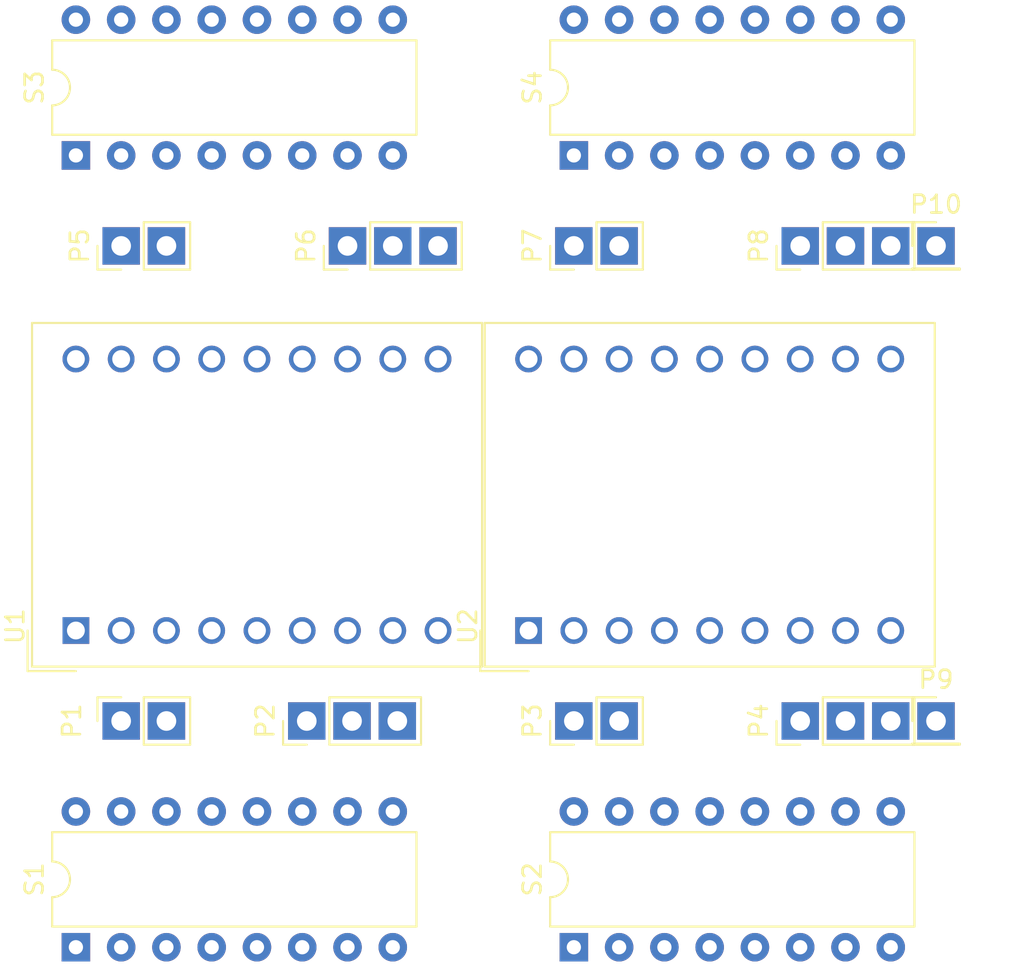
<source format=kicad_pcb>
(kicad_pcb (version 20171130) (host pcbnew "(5.0.2)-1")

  (general
    (thickness 1.6)
    (drawings 0)
    (tracks 0)
    (zones 0)
    (modules 16)
    (nets 64)
  )

  (page A4)
  (layers
    (0 F.Cu signal)
    (31 B.Cu signal)
    (32 B.Adhes user)
    (33 F.Adhes user)
    (34 B.Paste user)
    (35 F.Paste user)
    (36 B.SilkS user)
    (37 F.SilkS user)
    (38 B.Mask user)
    (39 F.Mask user)
    (40 Dwgs.User user)
    (41 Cmts.User user)
    (42 Eco1.User user)
    (43 Eco2.User user)
    (44 Edge.Cuts user)
    (45 Margin user)
    (46 B.CrtYd user)
    (47 F.CrtYd user)
    (48 B.Fab user)
    (49 F.Fab user)
  )

  (setup
    (last_trace_width 0.25)
    (trace_clearance 0.2)
    (zone_clearance 0.508)
    (zone_45_only no)
    (trace_min 0.2)
    (segment_width 0.2)
    (edge_width 0.15)
    (via_size 0.8)
    (via_drill 0.4)
    (via_min_size 0.4)
    (via_min_drill 0.3)
    (uvia_size 0.3)
    (uvia_drill 0.1)
    (uvias_allowed no)
    (uvia_min_size 0.2)
    (uvia_min_drill 0.1)
    (pcb_text_width 0.3)
    (pcb_text_size 1.5 1.5)
    (mod_edge_width 0.15)
    (mod_text_size 1 1)
    (mod_text_width 0.15)
    (pad_size 2.1 2.1)
    (pad_drill 1.1)
    (pad_to_mask_clearance 0.051)
    (solder_mask_min_width 0.25)
    (aux_axis_origin 0 0)
    (visible_elements 7FFFFFFF)
    (pcbplotparams
      (layerselection 0x010fc_ffffffff)
      (usegerberextensions false)
      (usegerberattributes false)
      (usegerberadvancedattributes false)
      (creategerberjobfile false)
      (excludeedgelayer true)
      (linewidth 0.100000)
      (plotframeref false)
      (viasonmask false)
      (mode 1)
      (useauxorigin false)
      (hpglpennumber 1)
      (hpglpenspeed 20)
      (hpglpendiameter 15.000000)
      (psnegative false)
      (psa4output false)
      (plotreference true)
      (plotvalue true)
      (plotinvisibletext false)
      (padsonsilk false)
      (subtractmaskfromsilk false)
      (outputformat 1)
      (mirror false)
      (drillshape 1)
      (scaleselection 1)
      (outputdirectory ""))
  )

  (net 0 "")
  (net 1 "Net-(P1-Pad1)")
  (net 2 "Net-(P1-Pad2)")
  (net 3 "Net-(P2-Pad1)")
  (net 4 "Net-(P2-Pad2)")
  (net 5 "Net-(P2-Pad3)")
  (net 6 "Net-(P3-Pad2)")
  (net 7 "Net-(P3-Pad1)")
  (net 8 "Net-(P4-Pad3)")
  (net 9 "Net-(P4-Pad2)")
  (net 10 "Net-(P4-Pad1)")
  (net 11 "Net-(P5-Pad1)")
  (net 12 "Net-(P5-Pad2)")
  (net 13 "Net-(P6-Pad1)")
  (net 14 "Net-(P6-Pad2)")
  (net 15 "Net-(P7-Pad2)")
  (net 16 "Net-(P7-Pad1)")
  (net 17 "Net-(P8-Pad2)")
  (net 18 "Net-(P8-Pad1)")
  (net 19 "Net-(S1-Pad9)")
  (net 20 "Net-(S1-Pad10)")
  (net 21 "Net-(S1-Pad11)")
  (net 22 "Net-(S1-Pad4)")
  (net 23 "Net-(S1-Pad12)")
  (net 24 "Net-(S1-Pad5)")
  (net 25 "Net-(S1-Pad13)")
  (net 26 "Net-(S1-Pad14)")
  (net 27 "Net-(S1-Pad15)")
  (net 28 "Net-(S2-Pad15)")
  (net 29 "Net-(S2-Pad14)")
  (net 30 "Net-(S2-Pad13)")
  (net 31 "Net-(S2-Pad5)")
  (net 32 "Net-(S2-Pad12)")
  (net 33 "Net-(S2-Pad4)")
  (net 34 "Net-(S2-Pad11)")
  (net 35 "Net-(S2-Pad10)")
  (net 36 "Net-(S2-Pad9)")
  (net 37 "Net-(S3-Pad9)")
  (net 38 "Net-(S3-Pad10)")
  (net 39 "Net-(S3-Pad11)")
  (net 40 "Net-(S3-Pad4)")
  (net 41 "Net-(S3-Pad12)")
  (net 42 "Net-(S3-Pad5)")
  (net 43 "Net-(S3-Pad13)")
  (net 44 "Net-(S3-Pad14)")
  (net 45 "Net-(S3-Pad15)")
  (net 46 "Net-(S4-Pad15)")
  (net 47 "Net-(S4-Pad14)")
  (net 48 "Net-(S4-Pad13)")
  (net 49 "Net-(S4-Pad5)")
  (net 50 "Net-(S4-Pad12)")
  (net 51 "Net-(S4-Pad4)")
  (net 52 "Net-(S4-Pad11)")
  (net 53 "Net-(S4-Pad10)")
  (net 54 "Net-(S4-Pad9)")
  (net 55 "Net-(U1-Pad9)")
  (net 56 "Net-(U1-Pad4)")
  (net 57 "Net-(U2-Pad4)")
  (net 58 "Net-(U2-Pad9)")
  (net 59 "Net-(S1-Pad16)")
  (net 60 "Net-(S2-Pad16)")
  (net 61 "Net-(S3-Pad16)")
  (net 62 "Net-(S4-Pad16)")
  (net 63 "Net-(P10-Pad1)")

  (net_class Default "This is the default net class."
    (clearance 0.2)
    (trace_width 0.25)
    (via_dia 0.8)
    (via_drill 0.4)
    (uvia_dia 0.3)
    (uvia_drill 0.1)
    (add_net "Net-(P1-Pad1)")
    (add_net "Net-(P1-Pad2)")
    (add_net "Net-(P10-Pad1)")
    (add_net "Net-(P2-Pad1)")
    (add_net "Net-(P2-Pad2)")
    (add_net "Net-(P2-Pad3)")
    (add_net "Net-(P3-Pad1)")
    (add_net "Net-(P3-Pad2)")
    (add_net "Net-(P4-Pad1)")
    (add_net "Net-(P4-Pad2)")
    (add_net "Net-(P4-Pad3)")
    (add_net "Net-(P5-Pad1)")
    (add_net "Net-(P5-Pad2)")
    (add_net "Net-(P6-Pad1)")
    (add_net "Net-(P6-Pad2)")
    (add_net "Net-(P7-Pad1)")
    (add_net "Net-(P7-Pad2)")
    (add_net "Net-(P8-Pad1)")
    (add_net "Net-(P8-Pad2)")
    (add_net "Net-(S1-Pad10)")
    (add_net "Net-(S1-Pad11)")
    (add_net "Net-(S1-Pad12)")
    (add_net "Net-(S1-Pad13)")
    (add_net "Net-(S1-Pad14)")
    (add_net "Net-(S1-Pad15)")
    (add_net "Net-(S1-Pad16)")
    (add_net "Net-(S1-Pad4)")
    (add_net "Net-(S1-Pad5)")
    (add_net "Net-(S1-Pad9)")
    (add_net "Net-(S2-Pad10)")
    (add_net "Net-(S2-Pad11)")
    (add_net "Net-(S2-Pad12)")
    (add_net "Net-(S2-Pad13)")
    (add_net "Net-(S2-Pad14)")
    (add_net "Net-(S2-Pad15)")
    (add_net "Net-(S2-Pad16)")
    (add_net "Net-(S2-Pad4)")
    (add_net "Net-(S2-Pad5)")
    (add_net "Net-(S2-Pad9)")
    (add_net "Net-(S3-Pad10)")
    (add_net "Net-(S3-Pad11)")
    (add_net "Net-(S3-Pad12)")
    (add_net "Net-(S3-Pad13)")
    (add_net "Net-(S3-Pad14)")
    (add_net "Net-(S3-Pad15)")
    (add_net "Net-(S3-Pad16)")
    (add_net "Net-(S3-Pad4)")
    (add_net "Net-(S3-Pad5)")
    (add_net "Net-(S3-Pad9)")
    (add_net "Net-(S4-Pad10)")
    (add_net "Net-(S4-Pad11)")
    (add_net "Net-(S4-Pad12)")
    (add_net "Net-(S4-Pad13)")
    (add_net "Net-(S4-Pad14)")
    (add_net "Net-(S4-Pad15)")
    (add_net "Net-(S4-Pad16)")
    (add_net "Net-(S4-Pad4)")
    (add_net "Net-(S4-Pad5)")
    (add_net "Net-(S4-Pad9)")
    (add_net "Net-(U1-Pad4)")
    (add_net "Net-(U1-Pad9)")
    (add_net "Net-(U2-Pad4)")
    (add_net "Net-(U2-Pad9)")
  )

  (module Connector_PinHeader_2.54mm:PinHeader_1x01_P2.54mm_Vertical (layer F.Cu) (tedit 59FED5CC) (tstamp 5C7474DD)
    (at 147.32 57.15)
    (descr "Through hole straight pin header, 1x01, 2.54mm pitch, single row")
    (tags "Through hole pin header THT 1x01 2.54mm single row")
    (path /5C7D1A98)
    (fp_text reference P10 (at 0 -2.33) (layer F.SilkS)
      (effects (font (size 1 1) (thickness 0.15)))
    )
    (fp_text value CONN_01X01 (at 0 2.33) (layer F.Fab)
      (effects (font (size 1 1) (thickness 0.15)))
    )
    (fp_text user %R (at 0 0 90) (layer F.Fab)
      (effects (font (size 1 1) (thickness 0.15)))
    )
    (fp_line (start 1.8 -1.8) (end -1.8 -1.8) (layer F.CrtYd) (width 0.05))
    (fp_line (start 1.8 1.8) (end 1.8 -1.8) (layer F.CrtYd) (width 0.05))
    (fp_line (start -1.8 1.8) (end 1.8 1.8) (layer F.CrtYd) (width 0.05))
    (fp_line (start -1.8 -1.8) (end -1.8 1.8) (layer F.CrtYd) (width 0.05))
    (fp_line (start -1.33 -1.33) (end 0 -1.33) (layer F.SilkS) (width 0.12))
    (fp_line (start -1.33 0) (end -1.33 -1.33) (layer F.SilkS) (width 0.12))
    (fp_line (start -1.33 1.27) (end 1.33 1.27) (layer F.SilkS) (width 0.12))
    (fp_line (start 1.33 1.27) (end 1.33 1.33) (layer F.SilkS) (width 0.12))
    (fp_line (start -1.33 1.27) (end -1.33 1.33) (layer F.SilkS) (width 0.12))
    (fp_line (start -1.33 1.33) (end 1.33 1.33) (layer F.SilkS) (width 0.12))
    (fp_line (start -1.27 -0.635) (end -0.635 -1.27) (layer F.Fab) (width 0.1))
    (fp_line (start -1.27 1.27) (end -1.27 -0.635) (layer F.Fab) (width 0.1))
    (fp_line (start 1.27 1.27) (end -1.27 1.27) (layer F.Fab) (width 0.1))
    (fp_line (start 1.27 -1.27) (end 1.27 1.27) (layer F.Fab) (width 0.1))
    (fp_line (start -0.635 -1.27) (end 1.27 -1.27) (layer F.Fab) (width 0.1))
    (pad 1 thru_hole rect (at 0 0) (size 2.1 2.1) (drill 1.1) (layers *.Cu *.Mask)
      (net 63 "Net-(P10-Pad1)"))
    (model ${KISYS3DMOD}/Connector_PinHeader_2.54mm.3dshapes/PinHeader_1x01_P2.54mm_Vertical.wrl
      (at (xyz 0 0 0))
      (scale (xyz 1 1 1))
      (rotate (xyz 0 0 0))
    )
  )

  (module Connector_PinHeader_2.54mm:PinHeader_1x01_P2.54mm_Vertical (layer F.Cu) (tedit 59FED5CC) (tstamp 5C7474C8)
    (at 147.32 83.82)
    (descr "Through hole straight pin header, 1x01, 2.54mm pitch, single row")
    (tags "Through hole pin header THT 1x01 2.54mm single row")
    (path /5C7BD222)
    (fp_text reference P9 (at 0 -2.33) (layer F.SilkS)
      (effects (font (size 1 1) (thickness 0.15)))
    )
    (fp_text value CONN_01X01 (at 0 2.33) (layer F.Fab)
      (effects (font (size 1 1) (thickness 0.15)))
    )
    (fp_line (start -0.635 -1.27) (end 1.27 -1.27) (layer F.Fab) (width 0.1))
    (fp_line (start 1.27 -1.27) (end 1.27 1.27) (layer F.Fab) (width 0.1))
    (fp_line (start 1.27 1.27) (end -1.27 1.27) (layer F.Fab) (width 0.1))
    (fp_line (start -1.27 1.27) (end -1.27 -0.635) (layer F.Fab) (width 0.1))
    (fp_line (start -1.27 -0.635) (end -0.635 -1.27) (layer F.Fab) (width 0.1))
    (fp_line (start -1.33 1.33) (end 1.33 1.33) (layer F.SilkS) (width 0.12))
    (fp_line (start -1.33 1.27) (end -1.33 1.33) (layer F.SilkS) (width 0.12))
    (fp_line (start 1.33 1.27) (end 1.33 1.33) (layer F.SilkS) (width 0.12))
    (fp_line (start -1.33 1.27) (end 1.33 1.27) (layer F.SilkS) (width 0.12))
    (fp_line (start -1.33 0) (end -1.33 -1.33) (layer F.SilkS) (width 0.12))
    (fp_line (start -1.33 -1.33) (end 0 -1.33) (layer F.SilkS) (width 0.12))
    (fp_line (start -1.8 -1.8) (end -1.8 1.8) (layer F.CrtYd) (width 0.05))
    (fp_line (start -1.8 1.8) (end 1.8 1.8) (layer F.CrtYd) (width 0.05))
    (fp_line (start 1.8 1.8) (end 1.8 -1.8) (layer F.CrtYd) (width 0.05))
    (fp_line (start 1.8 -1.8) (end -1.8 -1.8) (layer F.CrtYd) (width 0.05))
    (fp_text user %R (at 0 0 90) (layer F.Fab)
      (effects (font (size 1 1) (thickness 0.15)))
    )
    (pad 1 thru_hole rect (at 0 0) (size 2.1 2.1) (drill 1.1) (layers *.Cu *.Mask)
      (net 8 "Net-(P4-Pad3)"))
    (model ${KISYS3DMOD}/Connector_PinHeader_2.54mm.3dshapes/PinHeader_1x01_P2.54mm_Vertical.wrl
      (at (xyz 0 0 0))
      (scale (xyz 1 1 1))
      (rotate (xyz 0 0 0))
    )
  )

  (module Connector_PinHeader_2.54mm:PinHeader_1x03_P2.54mm_Vertical (layer F.Cu) (tedit 59FED5CC) (tstamp 5C747420)
    (at 139.7 57.15 90)
    (descr "Through hole straight pin header, 1x03, 2.54mm pitch, single row")
    (tags "Through hole pin header THT 1x03 2.54mm single row")
    (path /5C663D43)
    (fp_text reference P8 (at 0 -2.33 90) (layer F.SilkS)
      (effects (font (size 1 1) (thickness 0.15)))
    )
    (fp_text value CONN_01X03 (at 0 7.41 90) (layer F.Fab)
      (effects (font (size 1 1) (thickness 0.15)))
    )
    (fp_text user %R (at 0 2.54 180) (layer F.Fab)
      (effects (font (size 1 1) (thickness 0.15)))
    )
    (fp_line (start 1.8 -1.8) (end -1.8 -1.8) (layer F.CrtYd) (width 0.05))
    (fp_line (start 1.8 6.85) (end 1.8 -1.8) (layer F.CrtYd) (width 0.05))
    (fp_line (start -1.8 6.85) (end 1.8 6.85) (layer F.CrtYd) (width 0.05))
    (fp_line (start -1.8 -1.8) (end -1.8 6.85) (layer F.CrtYd) (width 0.05))
    (fp_line (start -1.33 -1.33) (end 0 -1.33) (layer F.SilkS) (width 0.12))
    (fp_line (start -1.33 0) (end -1.33 -1.33) (layer F.SilkS) (width 0.12))
    (fp_line (start -1.33 1.27) (end 1.33 1.27) (layer F.SilkS) (width 0.12))
    (fp_line (start 1.33 1.27) (end 1.33 6.41) (layer F.SilkS) (width 0.12))
    (fp_line (start -1.33 1.27) (end -1.33 6.41) (layer F.SilkS) (width 0.12))
    (fp_line (start -1.33 6.41) (end 1.33 6.41) (layer F.SilkS) (width 0.12))
    (fp_line (start -1.27 -0.635) (end -0.635 -1.27) (layer F.Fab) (width 0.1))
    (fp_line (start -1.27 6.35) (end -1.27 -0.635) (layer F.Fab) (width 0.1))
    (fp_line (start 1.27 6.35) (end -1.27 6.35) (layer F.Fab) (width 0.1))
    (fp_line (start 1.27 -1.27) (end 1.27 6.35) (layer F.Fab) (width 0.1))
    (fp_line (start -0.635 -1.27) (end 1.27 -1.27) (layer F.Fab) (width 0.1))
    (pad 3 thru_hole rect (at 0 5.08 90) (size 2.1 2.1) (drill 1.1) (layers *.Cu *.Mask)
      (net 63 "Net-(P10-Pad1)"))
    (pad 2 thru_hole rect (at 0 2.54 90) (size 2.1 2.1) (drill 1.1) (layers *.Cu *.Mask)
      (net 17 "Net-(P8-Pad2)"))
    (pad 1 thru_hole rect (at 0 0 90) (size 2.1 2.1) (drill 1.1) (layers *.Cu *.Mask)
      (net 18 "Net-(P8-Pad1)"))
    (model ${KISYS3DMOD}/Connector_PinHeader_2.54mm.3dshapes/PinHeader_1x03_P2.54mm_Vertical.wrl
      (at (xyz 0 0 0))
      (scale (xyz 1 1 1))
      (rotate (xyz 0 0 0))
    )
  )

  (module Connector_PinHeader_2.54mm:PinHeader_1x03_P2.54mm_Vertical (layer F.Cu) (tedit 59FED5CC) (tstamp 5C7473DE)
    (at 139.7 83.82 90)
    (descr "Through hole straight pin header, 1x03, 2.54mm pitch, single row")
    (tags "Through hole pin header THT 1x03 2.54mm single row")
    (path /5C663C9D)
    (fp_text reference P4 (at 0 -2.33 90) (layer F.SilkS)
      (effects (font (size 1 1) (thickness 0.15)))
    )
    (fp_text value CONN_01X03 (at 0 7.41 90) (layer F.Fab)
      (effects (font (size 1 1) (thickness 0.15)))
    )
    (fp_line (start -0.635 -1.27) (end 1.27 -1.27) (layer F.Fab) (width 0.1))
    (fp_line (start 1.27 -1.27) (end 1.27 6.35) (layer F.Fab) (width 0.1))
    (fp_line (start 1.27 6.35) (end -1.27 6.35) (layer F.Fab) (width 0.1))
    (fp_line (start -1.27 6.35) (end -1.27 -0.635) (layer F.Fab) (width 0.1))
    (fp_line (start -1.27 -0.635) (end -0.635 -1.27) (layer F.Fab) (width 0.1))
    (fp_line (start -1.33 6.41) (end 1.33 6.41) (layer F.SilkS) (width 0.12))
    (fp_line (start -1.33 1.27) (end -1.33 6.41) (layer F.SilkS) (width 0.12))
    (fp_line (start 1.33 1.27) (end 1.33 6.41) (layer F.SilkS) (width 0.12))
    (fp_line (start -1.33 1.27) (end 1.33 1.27) (layer F.SilkS) (width 0.12))
    (fp_line (start -1.33 0) (end -1.33 -1.33) (layer F.SilkS) (width 0.12))
    (fp_line (start -1.33 -1.33) (end 0 -1.33) (layer F.SilkS) (width 0.12))
    (fp_line (start -1.8 -1.8) (end -1.8 6.85) (layer F.CrtYd) (width 0.05))
    (fp_line (start -1.8 6.85) (end 1.8 6.85) (layer F.CrtYd) (width 0.05))
    (fp_line (start 1.8 6.85) (end 1.8 -1.8) (layer F.CrtYd) (width 0.05))
    (fp_line (start 1.8 -1.8) (end -1.8 -1.8) (layer F.CrtYd) (width 0.05))
    (fp_text user %R (at 0 2.54 180) (layer F.Fab)
      (effects (font (size 1 1) (thickness 0.15)))
    )
    (pad 1 thru_hole rect (at 0 0 90) (size 2.1 2.1) (drill 1.1) (layers *.Cu *.Mask)
      (net 10 "Net-(P4-Pad1)"))
    (pad 2 thru_hole rect (at 0 2.54 90) (size 2.1 2.1) (drill 1.1) (layers *.Cu *.Mask)
      (net 9 "Net-(P4-Pad2)"))
    (pad 3 thru_hole rect (at 0 5.08 90) (size 2.1 2.1) (drill 1.1) (layers *.Cu *.Mask)
      (net 8 "Net-(P4-Pad3)"))
    (model ${KISYS3DMOD}/Connector_PinHeader_2.54mm.3dshapes/PinHeader_1x03_P2.54mm_Vertical.wrl
      (at (xyz 0 0 0))
      (scale (xyz 1 1 1))
      (rotate (xyz 0 0 0))
    )
  )

  (module Connector_PinSocket_2.54mm:PinSocket_1x02_P2.54mm_Vertical (layer F.Cu) (tedit 5C686EE1) (tstamp 5C7458DD)
    (at 101.6 83.82 90)
    (descr "Through hole straight socket strip, 1x02, 2.54mm pitch, single row (from Kicad 4.0.7), script generated")
    (tags "Through hole socket strip THT 1x02 2.54mm single row")
    (path /5C663AEE)
    (fp_text reference P1 (at 0 -2.77 90) (layer F.SilkS)
      (effects (font (size 1 1) (thickness 0.15)))
    )
    (fp_text value CONN_01X02 (at 0 5.31 90) (layer F.Fab)
      (effects (font (size 1 1) (thickness 0.15)))
    )
    (fp_line (start -1.27 -1.27) (end 0.635 -1.27) (layer F.Fab) (width 0.1))
    (fp_line (start 0.635 -1.27) (end 1.27 -0.635) (layer F.Fab) (width 0.1))
    (fp_line (start 1.27 -0.635) (end 1.27 3.81) (layer F.Fab) (width 0.1))
    (fp_line (start 1.27 3.81) (end -1.27 3.81) (layer F.Fab) (width 0.1))
    (fp_line (start -1.27 3.81) (end -1.27 -1.27) (layer F.Fab) (width 0.1))
    (fp_line (start -1.33 1.27) (end 1.33 1.27) (layer F.SilkS) (width 0.12))
    (fp_line (start -1.33 1.27) (end -1.33 3.87) (layer F.SilkS) (width 0.12))
    (fp_line (start -1.33 3.87) (end 1.33 3.87) (layer F.SilkS) (width 0.12))
    (fp_line (start 1.33 1.27) (end 1.33 3.87) (layer F.SilkS) (width 0.12))
    (fp_line (start 1.33 -1.33) (end 1.33 0) (layer F.SilkS) (width 0.12))
    (fp_line (start 0 -1.33) (end 1.33 -1.33) (layer F.SilkS) (width 0.12))
    (fp_line (start -1.8 -1.8) (end 1.75 -1.8) (layer F.CrtYd) (width 0.05))
    (fp_line (start 1.75 -1.8) (end 1.75 4.3) (layer F.CrtYd) (width 0.05))
    (fp_line (start 1.75 4.3) (end -1.8 4.3) (layer F.CrtYd) (width 0.05))
    (fp_line (start -1.8 4.3) (end -1.8 -1.8) (layer F.CrtYd) (width 0.05))
    (fp_text user %R (at 0 1.27 180) (layer F.Fab)
      (effects (font (size 1 1) (thickness 0.15)))
    )
    (pad 1 thru_hole rect (at 0 0 90) (size 2.1 2.1) (drill 1.1) (layers *.Cu *.Mask)
      (net 1 "Net-(P1-Pad1)"))
    (pad 2 thru_hole rect (at 0 2.54 90) (size 2.1 2.1) (drill 1.1) (layers *.Cu *.Mask)
      (net 2 "Net-(P1-Pad2)"))
    (model ${KISYS3DMOD}/Connector_PinSocket_2.54mm.3dshapes/PinSocket_1x02_P2.54mm_Vertical.wrl
      (at (xyz 0 0 0))
      (scale (xyz 1 1 1))
      (rotate (xyz 0 0 0))
    )
  )

  (module Connector_PinHeader_2.54mm:PinHeader_1x03_P2.54mm_Vertical (layer F.Cu) (tedit 59FED5CC) (tstamp 5C73FFF7)
    (at 112.014 83.82 90)
    (descr "Through hole straight pin header, 1x03, 2.54mm pitch, single row")
    (tags "Through hole pin header THT 1x03 2.54mm single row")
    (path /5C663B89)
    (fp_text reference P2 (at 0 -2.33 90) (layer F.SilkS)
      (effects (font (size 1 1) (thickness 0.15)))
    )
    (fp_text value CONN_01X03 (at 0 7.41 90) (layer F.Fab)
      (effects (font (size 1 1) (thickness 0.15)))
    )
    (fp_line (start -0.635 -1.27) (end 1.27 -1.27) (layer F.Fab) (width 0.1))
    (fp_line (start 1.27 -1.27) (end 1.27 6.35) (layer F.Fab) (width 0.1))
    (fp_line (start 1.27 6.35) (end -1.27 6.35) (layer F.Fab) (width 0.1))
    (fp_line (start -1.27 6.35) (end -1.27 -0.635) (layer F.Fab) (width 0.1))
    (fp_line (start -1.27 -0.635) (end -0.635 -1.27) (layer F.Fab) (width 0.1))
    (fp_line (start -1.33 6.41) (end 1.33 6.41) (layer F.SilkS) (width 0.12))
    (fp_line (start -1.33 1.27) (end -1.33 6.41) (layer F.SilkS) (width 0.12))
    (fp_line (start 1.33 1.27) (end 1.33 6.41) (layer F.SilkS) (width 0.12))
    (fp_line (start -1.33 1.27) (end 1.33 1.27) (layer F.SilkS) (width 0.12))
    (fp_line (start -1.33 0) (end -1.33 -1.33) (layer F.SilkS) (width 0.12))
    (fp_line (start -1.33 -1.33) (end 0 -1.33) (layer F.SilkS) (width 0.12))
    (fp_line (start -1.8 -1.8) (end -1.8 6.85) (layer F.CrtYd) (width 0.05))
    (fp_line (start -1.8 6.85) (end 1.8 6.85) (layer F.CrtYd) (width 0.05))
    (fp_line (start 1.8 6.85) (end 1.8 -1.8) (layer F.CrtYd) (width 0.05))
    (fp_line (start 1.8 -1.8) (end -1.8 -1.8) (layer F.CrtYd) (width 0.05))
    (fp_text user %R (at 0 2.54 180) (layer F.Fab)
      (effects (font (size 1 1) (thickness 0.15)))
    )
    (pad 1 thru_hole rect (at 0 0 90) (size 2.1 2.1) (drill 1.1) (layers *.Cu *.Mask)
      (net 3 "Net-(P2-Pad1)"))
    (pad 2 thru_hole rect (at 0 2.54 90) (size 2.1 2.1) (drill 1.1) (layers *.Cu *.Mask)
      (net 4 "Net-(P2-Pad2)"))
    (pad 3 thru_hole rect (at 0 5.08 90) (size 2.1 2.1) (drill 1.1) (layers *.Cu *.Mask)
      (net 5 "Net-(P2-Pad3)"))
    (model ${KISYS3DMOD}/Connector_PinHeader_2.54mm.3dshapes/PinHeader_1x03_P2.54mm_Vertical.wrl
      (at (xyz 0 0 0))
      (scale (xyz 1 1 1))
      (rotate (xyz 0 0 0))
    )
  )

  (module Connector_PinHeader_2.54mm:PinHeader_1x03_P2.54mm_Vertical (layer F.Cu) (tedit 59FED5CC) (tstamp 5C74050F)
    (at 114.3 57.15 90)
    (descr "Through hole straight pin header, 1x03, 2.54mm pitch, single row")
    (tags "Through hole pin header THT 1x03 2.54mm single row")
    (path /5C663CF3)
    (fp_text reference P6 (at 0 -2.33 90) (layer F.SilkS)
      (effects (font (size 1 1) (thickness 0.15)))
    )
    (fp_text value CONN_01X03 (at 0 7.41 90) (layer F.Fab)
      (effects (font (size 1 1) (thickness 0.15)))
    )
    (fp_line (start -0.635 -1.27) (end 1.27 -1.27) (layer F.Fab) (width 0.1))
    (fp_line (start 1.27 -1.27) (end 1.27 6.35) (layer F.Fab) (width 0.1))
    (fp_line (start 1.27 6.35) (end -1.27 6.35) (layer F.Fab) (width 0.1))
    (fp_line (start -1.27 6.35) (end -1.27 -0.635) (layer F.Fab) (width 0.1))
    (fp_line (start -1.27 -0.635) (end -0.635 -1.27) (layer F.Fab) (width 0.1))
    (fp_line (start -1.33 6.41) (end 1.33 6.41) (layer F.SilkS) (width 0.12))
    (fp_line (start -1.33 1.27) (end -1.33 6.41) (layer F.SilkS) (width 0.12))
    (fp_line (start 1.33 1.27) (end 1.33 6.41) (layer F.SilkS) (width 0.12))
    (fp_line (start -1.33 1.27) (end 1.33 1.27) (layer F.SilkS) (width 0.12))
    (fp_line (start -1.33 0) (end -1.33 -1.33) (layer F.SilkS) (width 0.12))
    (fp_line (start -1.33 -1.33) (end 0 -1.33) (layer F.SilkS) (width 0.12))
    (fp_line (start -1.8 -1.8) (end -1.8 6.85) (layer F.CrtYd) (width 0.05))
    (fp_line (start -1.8 6.85) (end 1.8 6.85) (layer F.CrtYd) (width 0.05))
    (fp_line (start 1.8 6.85) (end 1.8 -1.8) (layer F.CrtYd) (width 0.05))
    (fp_line (start 1.8 -1.8) (end -1.8 -1.8) (layer F.CrtYd) (width 0.05))
    (fp_text user %R (at 0 2.54 180) (layer F.Fab)
      (effects (font (size 1 1) (thickness 0.15)))
    )
    (pad 1 thru_hole rect (at 0 0 90) (size 2.1 2.1) (drill 1.1) (layers *.Cu *.Mask)
      (net 13 "Net-(P6-Pad1)"))
    (pad 2 thru_hole rect (at 0 2.54 90) (size 2.1 2.1) (drill 1.1) (layers *.Cu *.Mask)
      (net 14 "Net-(P6-Pad2)"))
    (pad 3 thru_hole rect (at 0 5.08 90) (size 2.1 2.1) (drill 1.1) (layers *.Cu *.Mask)
      (net 5 "Net-(P2-Pad3)"))
    (model ${KISYS3DMOD}/Connector_PinHeader_2.54mm.3dshapes/PinHeader_1x03_P2.54mm_Vertical.wrl
      (at (xyz 0 0 0))
      (scale (xyz 1 1 1))
      (rotate (xyz 0 0 0))
    )
  )

  (module Package_DIP:DIP-16_W7.62mm (layer F.Cu) (tedit 5A02E8C5) (tstamp 5C72D611)
    (at 99.06 96.52 90)
    (descr "16-lead though-hole mounted DIP package, row spacing 7.62 mm (300 mils)")
    (tags "THT DIP DIL PDIP 2.54mm 7.62mm 300mil")
    (path /5C6632C1)
    (fp_text reference S1 (at 3.81 -2.33 90) (layer F.SilkS)
      (effects (font (size 1 1) (thickness 0.15)))
    )
    (fp_text value DM9368N (at 3.81 20.11 90) (layer F.Fab)
      (effects (font (size 1 1) (thickness 0.15)))
    )
    (fp_text user %R (at 3.81 8.89 90) (layer F.Fab)
      (effects (font (size 1 1) (thickness 0.15)))
    )
    (fp_line (start 8.7 -1.55) (end -1.1 -1.55) (layer F.CrtYd) (width 0.05))
    (fp_line (start 8.7 19.3) (end 8.7 -1.55) (layer F.CrtYd) (width 0.05))
    (fp_line (start -1.1 19.3) (end 8.7 19.3) (layer F.CrtYd) (width 0.05))
    (fp_line (start -1.1 -1.55) (end -1.1 19.3) (layer F.CrtYd) (width 0.05))
    (fp_line (start 6.46 -1.33) (end 4.81 -1.33) (layer F.SilkS) (width 0.12))
    (fp_line (start 6.46 19.11) (end 6.46 -1.33) (layer F.SilkS) (width 0.12))
    (fp_line (start 1.16 19.11) (end 6.46 19.11) (layer F.SilkS) (width 0.12))
    (fp_line (start 1.16 -1.33) (end 1.16 19.11) (layer F.SilkS) (width 0.12))
    (fp_line (start 2.81 -1.33) (end 1.16 -1.33) (layer F.SilkS) (width 0.12))
    (fp_line (start 0.635 -0.27) (end 1.635 -1.27) (layer F.Fab) (width 0.1))
    (fp_line (start 0.635 19.05) (end 0.635 -0.27) (layer F.Fab) (width 0.1))
    (fp_line (start 6.985 19.05) (end 0.635 19.05) (layer F.Fab) (width 0.1))
    (fp_line (start 6.985 -1.27) (end 6.985 19.05) (layer F.Fab) (width 0.1))
    (fp_line (start 1.635 -1.27) (end 6.985 -1.27) (layer F.Fab) (width 0.1))
    (fp_arc (start 3.81 -1.33) (end 2.81 -1.33) (angle -180) (layer F.SilkS) (width 0.12))
    (pad 16 thru_hole oval (at 7.62 0 90) (size 1.6 1.6) (drill 0.8) (layers *.Cu *.Mask)
      (net 59 "Net-(S1-Pad16)"))
    (pad 8 thru_hole oval (at 0 17.78 90) (size 1.6 1.6) (drill 0.8) (layers *.Cu *.Mask)
      (net 5 "Net-(P2-Pad3)"))
    (pad 15 thru_hole oval (at 7.62 2.54 90) (size 1.6 1.6) (drill 0.8) (layers *.Cu *.Mask)
      (net 27 "Net-(S1-Pad15)"))
    (pad 7 thru_hole oval (at 0 15.24 90) (size 1.6 1.6) (drill 0.8) (layers *.Cu *.Mask)
      (net 4 "Net-(P2-Pad2)"))
    (pad 14 thru_hole oval (at 7.62 5.08 90) (size 1.6 1.6) (drill 0.8) (layers *.Cu *.Mask)
      (net 26 "Net-(S1-Pad14)"))
    (pad 6 thru_hole oval (at 0 12.7 90) (size 1.6 1.6) (drill 0.8) (layers *.Cu *.Mask)
      (net 3 "Net-(P2-Pad1)"))
    (pad 13 thru_hole oval (at 7.62 7.62 90) (size 1.6 1.6) (drill 0.8) (layers *.Cu *.Mask)
      (net 25 "Net-(S1-Pad13)"))
    (pad 5 thru_hole oval (at 0 10.16 90) (size 1.6 1.6) (drill 0.8) (layers *.Cu *.Mask)
      (net 24 "Net-(S1-Pad5)"))
    (pad 12 thru_hole oval (at 7.62 10.16 90) (size 1.6 1.6) (drill 0.8) (layers *.Cu *.Mask)
      (net 23 "Net-(S1-Pad12)"))
    (pad 4 thru_hole oval (at 0 7.62 90) (size 1.6 1.6) (drill 0.8) (layers *.Cu *.Mask)
      (net 22 "Net-(S1-Pad4)"))
    (pad 11 thru_hole oval (at 7.62 12.7 90) (size 1.6 1.6) (drill 0.8) (layers *.Cu *.Mask)
      (net 21 "Net-(S1-Pad11)"))
    (pad 3 thru_hole oval (at 0 5.08 90) (size 1.6 1.6) (drill 0.8) (layers *.Cu *.Mask)
      (net 5 "Net-(P2-Pad3)"))
    (pad 10 thru_hole oval (at 7.62 15.24 90) (size 1.6 1.6) (drill 0.8) (layers *.Cu *.Mask)
      (net 20 "Net-(S1-Pad10)"))
    (pad 2 thru_hole oval (at 0 2.54 90) (size 1.6 1.6) (drill 0.8) (layers *.Cu *.Mask)
      (net 2 "Net-(P1-Pad2)"))
    (pad 9 thru_hole oval (at 7.62 17.78 90) (size 1.6 1.6) (drill 0.8) (layers *.Cu *.Mask)
      (net 19 "Net-(S1-Pad9)"))
    (pad 1 thru_hole rect (at 0 0 90) (size 1.6 1.6) (drill 0.8) (layers *.Cu *.Mask)
      (net 1 "Net-(P1-Pad1)"))
    (model ${KISYS3DMOD}/Package_DIP.3dshapes/DIP-16_W7.62mm.wrl
      (at (xyz 0 0 0))
      (scale (xyz 1 1 1))
      (rotate (xyz 0 0 0))
    )
  )

  (module Package_DIP:DIP-16_W7.62mm (layer F.Cu) (tedit 5A02E8C5) (tstamp 5C72D635)
    (at 127 96.52 90)
    (descr "16-lead though-hole mounted DIP package, row spacing 7.62 mm (300 mils)")
    (tags "THT DIP DIL PDIP 2.54mm 7.62mm 300mil")
    (path /5C6633A5)
    (fp_text reference S2 (at 3.81 -2.33 90) (layer F.SilkS)
      (effects (font (size 1 1) (thickness 0.15)))
    )
    (fp_text value DM9368N (at 3.81 20.11 90) (layer F.Fab)
      (effects (font (size 1 1) (thickness 0.15)))
    )
    (fp_text user %R (at 3.81 8.89 90) (layer F.Fab)
      (effects (font (size 1 1) (thickness 0.15)))
    )
    (fp_line (start 8.7 -1.55) (end -1.1 -1.55) (layer F.CrtYd) (width 0.05))
    (fp_line (start 8.7 19.3) (end 8.7 -1.55) (layer F.CrtYd) (width 0.05))
    (fp_line (start -1.1 19.3) (end 8.7 19.3) (layer F.CrtYd) (width 0.05))
    (fp_line (start -1.1 -1.55) (end -1.1 19.3) (layer F.CrtYd) (width 0.05))
    (fp_line (start 6.46 -1.33) (end 4.81 -1.33) (layer F.SilkS) (width 0.12))
    (fp_line (start 6.46 19.11) (end 6.46 -1.33) (layer F.SilkS) (width 0.12))
    (fp_line (start 1.16 19.11) (end 6.46 19.11) (layer F.SilkS) (width 0.12))
    (fp_line (start 1.16 -1.33) (end 1.16 19.11) (layer F.SilkS) (width 0.12))
    (fp_line (start 2.81 -1.33) (end 1.16 -1.33) (layer F.SilkS) (width 0.12))
    (fp_line (start 0.635 -0.27) (end 1.635 -1.27) (layer F.Fab) (width 0.1))
    (fp_line (start 0.635 19.05) (end 0.635 -0.27) (layer F.Fab) (width 0.1))
    (fp_line (start 6.985 19.05) (end 0.635 19.05) (layer F.Fab) (width 0.1))
    (fp_line (start 6.985 -1.27) (end 6.985 19.05) (layer F.Fab) (width 0.1))
    (fp_line (start 1.635 -1.27) (end 6.985 -1.27) (layer F.Fab) (width 0.1))
    (fp_arc (start 3.81 -1.33) (end 2.81 -1.33) (angle -180) (layer F.SilkS) (width 0.12))
    (pad 16 thru_hole oval (at 7.62 0 90) (size 1.6 1.6) (drill 0.8) (layers *.Cu *.Mask)
      (net 60 "Net-(S2-Pad16)"))
    (pad 8 thru_hole oval (at 0 17.78 90) (size 1.6 1.6) (drill 0.8) (layers *.Cu *.Mask)
      (net 5 "Net-(P2-Pad3)"))
    (pad 15 thru_hole oval (at 7.62 2.54 90) (size 1.6 1.6) (drill 0.8) (layers *.Cu *.Mask)
      (net 28 "Net-(S2-Pad15)"))
    (pad 7 thru_hole oval (at 0 15.24 90) (size 1.6 1.6) (drill 0.8) (layers *.Cu *.Mask)
      (net 9 "Net-(P4-Pad2)"))
    (pad 14 thru_hole oval (at 7.62 5.08 90) (size 1.6 1.6) (drill 0.8) (layers *.Cu *.Mask)
      (net 29 "Net-(S2-Pad14)"))
    (pad 6 thru_hole oval (at 0 12.7 90) (size 1.6 1.6) (drill 0.8) (layers *.Cu *.Mask)
      (net 10 "Net-(P4-Pad1)"))
    (pad 13 thru_hole oval (at 7.62 7.62 90) (size 1.6 1.6) (drill 0.8) (layers *.Cu *.Mask)
      (net 30 "Net-(S2-Pad13)"))
    (pad 5 thru_hole oval (at 0 10.16 90) (size 1.6 1.6) (drill 0.8) (layers *.Cu *.Mask)
      (net 31 "Net-(S2-Pad5)"))
    (pad 12 thru_hole oval (at 7.62 10.16 90) (size 1.6 1.6) (drill 0.8) (layers *.Cu *.Mask)
      (net 32 "Net-(S2-Pad12)"))
    (pad 4 thru_hole oval (at 0 7.62 90) (size 1.6 1.6) (drill 0.8) (layers *.Cu *.Mask)
      (net 33 "Net-(S2-Pad4)"))
    (pad 11 thru_hole oval (at 7.62 12.7 90) (size 1.6 1.6) (drill 0.8) (layers *.Cu *.Mask)
      (net 34 "Net-(S2-Pad11)"))
    (pad 3 thru_hole oval (at 0 5.08 90) (size 1.6 1.6) (drill 0.8) (layers *.Cu *.Mask)
      (net 5 "Net-(P2-Pad3)"))
    (pad 10 thru_hole oval (at 7.62 15.24 90) (size 1.6 1.6) (drill 0.8) (layers *.Cu *.Mask)
      (net 35 "Net-(S2-Pad10)"))
    (pad 2 thru_hole oval (at 0 2.54 90) (size 1.6 1.6) (drill 0.8) (layers *.Cu *.Mask)
      (net 6 "Net-(P3-Pad2)"))
    (pad 9 thru_hole oval (at 7.62 17.78 90) (size 1.6 1.6) (drill 0.8) (layers *.Cu *.Mask)
      (net 36 "Net-(S2-Pad9)"))
    (pad 1 thru_hole rect (at 0 0 90) (size 1.6 1.6) (drill 0.8) (layers *.Cu *.Mask)
      (net 7 "Net-(P3-Pad1)"))
    (model ${KISYS3DMOD}/Package_DIP.3dshapes/DIP-16_W7.62mm.wrl
      (at (xyz 0 0 0))
      (scale (xyz 1 1 1))
      (rotate (xyz 0 0 0))
    )
  )

  (module Package_DIP:DIP-16_W7.62mm (layer F.Cu) (tedit 5A02E8C5) (tstamp 5C74220D)
    (at 99.06 52.07 90)
    (descr "16-lead though-hole mounted DIP package, row spacing 7.62 mm (300 mils)")
    (tags "THT DIP DIL PDIP 2.54mm 7.62mm 300mil")
    (path /5C663471)
    (fp_text reference S3 (at 3.81 -2.33 90) (layer F.SilkS)
      (effects (font (size 1 1) (thickness 0.15)))
    )
    (fp_text value DM9368N (at 3.81 20.11 90) (layer F.Fab)
      (effects (font (size 1 1) (thickness 0.15)))
    )
    (fp_text user %R (at 3.81 8.89 90) (layer F.Fab)
      (effects (font (size 1 1) (thickness 0.15)))
    )
    (fp_line (start 8.7 -1.55) (end -1.1 -1.55) (layer F.CrtYd) (width 0.05))
    (fp_line (start 8.7 19.3) (end 8.7 -1.55) (layer F.CrtYd) (width 0.05))
    (fp_line (start -1.1 19.3) (end 8.7 19.3) (layer F.CrtYd) (width 0.05))
    (fp_line (start -1.1 -1.55) (end -1.1 19.3) (layer F.CrtYd) (width 0.05))
    (fp_line (start 6.46 -1.33) (end 4.81 -1.33) (layer F.SilkS) (width 0.12))
    (fp_line (start 6.46 19.11) (end 6.46 -1.33) (layer F.SilkS) (width 0.12))
    (fp_line (start 1.16 19.11) (end 6.46 19.11) (layer F.SilkS) (width 0.12))
    (fp_line (start 1.16 -1.33) (end 1.16 19.11) (layer F.SilkS) (width 0.12))
    (fp_line (start 2.81 -1.33) (end 1.16 -1.33) (layer F.SilkS) (width 0.12))
    (fp_line (start 0.635 -0.27) (end 1.635 -1.27) (layer F.Fab) (width 0.1))
    (fp_line (start 0.635 19.05) (end 0.635 -0.27) (layer F.Fab) (width 0.1))
    (fp_line (start 6.985 19.05) (end 0.635 19.05) (layer F.Fab) (width 0.1))
    (fp_line (start 6.985 -1.27) (end 6.985 19.05) (layer F.Fab) (width 0.1))
    (fp_line (start 1.635 -1.27) (end 6.985 -1.27) (layer F.Fab) (width 0.1))
    (fp_arc (start 3.81 -1.33) (end 2.81 -1.33) (angle -180) (layer F.SilkS) (width 0.12))
    (pad 16 thru_hole oval (at 7.62 0 90) (size 1.6 1.6) (drill 0.8) (layers *.Cu *.Mask)
      (net 61 "Net-(S3-Pad16)"))
    (pad 8 thru_hole oval (at 0 17.78 90) (size 1.6 1.6) (drill 0.8) (layers *.Cu *.Mask)
      (net 5 "Net-(P2-Pad3)"))
    (pad 15 thru_hole oval (at 7.62 2.54 90) (size 1.6 1.6) (drill 0.8) (layers *.Cu *.Mask)
      (net 45 "Net-(S3-Pad15)"))
    (pad 7 thru_hole oval (at 0 15.24 90) (size 1.6 1.6) (drill 0.8) (layers *.Cu *.Mask)
      (net 14 "Net-(P6-Pad2)"))
    (pad 14 thru_hole oval (at 7.62 5.08 90) (size 1.6 1.6) (drill 0.8) (layers *.Cu *.Mask)
      (net 44 "Net-(S3-Pad14)"))
    (pad 6 thru_hole oval (at 0 12.7 90) (size 1.6 1.6) (drill 0.8) (layers *.Cu *.Mask)
      (net 13 "Net-(P6-Pad1)"))
    (pad 13 thru_hole oval (at 7.62 7.62 90) (size 1.6 1.6) (drill 0.8) (layers *.Cu *.Mask)
      (net 43 "Net-(S3-Pad13)"))
    (pad 5 thru_hole oval (at 0 10.16 90) (size 1.6 1.6) (drill 0.8) (layers *.Cu *.Mask)
      (net 42 "Net-(S3-Pad5)"))
    (pad 12 thru_hole oval (at 7.62 10.16 90) (size 1.6 1.6) (drill 0.8) (layers *.Cu *.Mask)
      (net 41 "Net-(S3-Pad12)"))
    (pad 4 thru_hole oval (at 0 7.62 90) (size 1.6 1.6) (drill 0.8) (layers *.Cu *.Mask)
      (net 40 "Net-(S3-Pad4)"))
    (pad 11 thru_hole oval (at 7.62 12.7 90) (size 1.6 1.6) (drill 0.8) (layers *.Cu *.Mask)
      (net 39 "Net-(S3-Pad11)"))
    (pad 3 thru_hole oval (at 0 5.08 90) (size 1.6 1.6) (drill 0.8) (layers *.Cu *.Mask)
      (net 5 "Net-(P2-Pad3)"))
    (pad 10 thru_hole oval (at 7.62 15.24 90) (size 1.6 1.6) (drill 0.8) (layers *.Cu *.Mask)
      (net 38 "Net-(S3-Pad10)"))
    (pad 2 thru_hole oval (at 0 2.54 90) (size 1.6 1.6) (drill 0.8) (layers *.Cu *.Mask)
      (net 12 "Net-(P5-Pad2)"))
    (pad 9 thru_hole oval (at 7.62 17.78 90) (size 1.6 1.6) (drill 0.8) (layers *.Cu *.Mask)
      (net 37 "Net-(S3-Pad9)"))
    (pad 1 thru_hole rect (at 0 0 90) (size 1.6 1.6) (drill 0.8) (layers *.Cu *.Mask)
      (net 11 "Net-(P5-Pad1)"))
    (model ${KISYS3DMOD}/Package_DIP.3dshapes/DIP-16_W7.62mm.wrl
      (at (xyz 0 0 0))
      (scale (xyz 1 1 1))
      (rotate (xyz 0 0 0))
    )
  )

  (module Package_DIP:DIP-16_W7.62mm (layer F.Cu) (tedit 5A02E8C5) (tstamp 5C741C2B)
    (at 127 52.07 90)
    (descr "16-lead though-hole mounted DIP package, row spacing 7.62 mm (300 mils)")
    (tags "THT DIP DIL PDIP 2.54mm 7.62mm 300mil")
    (path /5C6634AE)
    (fp_text reference S4 (at 3.81 -2.33 90) (layer F.SilkS)
      (effects (font (size 1 1) (thickness 0.15)))
    )
    (fp_text value DM9368N (at 3.81 20.11 90) (layer F.Fab)
      (effects (font (size 1 1) (thickness 0.15)))
    )
    (fp_text user %R (at 3.81 8.89 90) (layer F.Fab)
      (effects (font (size 1 1) (thickness 0.15)))
    )
    (fp_line (start 8.7 -1.55) (end -1.1 -1.55) (layer F.CrtYd) (width 0.05))
    (fp_line (start 8.7 19.3) (end 8.7 -1.55) (layer F.CrtYd) (width 0.05))
    (fp_line (start -1.1 19.3) (end 8.7 19.3) (layer F.CrtYd) (width 0.05))
    (fp_line (start -1.1 -1.55) (end -1.1 19.3) (layer F.CrtYd) (width 0.05))
    (fp_line (start 6.46 -1.33) (end 4.81 -1.33) (layer F.SilkS) (width 0.12))
    (fp_line (start 6.46 19.11) (end 6.46 -1.33) (layer F.SilkS) (width 0.12))
    (fp_line (start 1.16 19.11) (end 6.46 19.11) (layer F.SilkS) (width 0.12))
    (fp_line (start 1.16 -1.33) (end 1.16 19.11) (layer F.SilkS) (width 0.12))
    (fp_line (start 2.81 -1.33) (end 1.16 -1.33) (layer F.SilkS) (width 0.12))
    (fp_line (start 0.635 -0.27) (end 1.635 -1.27) (layer F.Fab) (width 0.1))
    (fp_line (start 0.635 19.05) (end 0.635 -0.27) (layer F.Fab) (width 0.1))
    (fp_line (start 6.985 19.05) (end 0.635 19.05) (layer F.Fab) (width 0.1))
    (fp_line (start 6.985 -1.27) (end 6.985 19.05) (layer F.Fab) (width 0.1))
    (fp_line (start 1.635 -1.27) (end 6.985 -1.27) (layer F.Fab) (width 0.1))
    (fp_arc (start 3.81 -1.33) (end 2.81 -1.33) (angle -180) (layer F.SilkS) (width 0.12))
    (pad 16 thru_hole oval (at 7.62 0 90) (size 1.6 1.6) (drill 0.8) (layers *.Cu *.Mask)
      (net 62 "Net-(S4-Pad16)"))
    (pad 8 thru_hole oval (at 0 17.78 90) (size 1.6 1.6) (drill 0.8) (layers *.Cu *.Mask)
      (net 5 "Net-(P2-Pad3)"))
    (pad 15 thru_hole oval (at 7.62 2.54 90) (size 1.6 1.6) (drill 0.8) (layers *.Cu *.Mask)
      (net 46 "Net-(S4-Pad15)"))
    (pad 7 thru_hole oval (at 0 15.24 90) (size 1.6 1.6) (drill 0.8) (layers *.Cu *.Mask)
      (net 17 "Net-(P8-Pad2)"))
    (pad 14 thru_hole oval (at 7.62 5.08 90) (size 1.6 1.6) (drill 0.8) (layers *.Cu *.Mask)
      (net 47 "Net-(S4-Pad14)"))
    (pad 6 thru_hole oval (at 0 12.7 90) (size 1.6 1.6) (drill 0.8) (layers *.Cu *.Mask)
      (net 18 "Net-(P8-Pad1)"))
    (pad 13 thru_hole oval (at 7.62 7.62 90) (size 1.6 1.6) (drill 0.8) (layers *.Cu *.Mask)
      (net 48 "Net-(S4-Pad13)"))
    (pad 5 thru_hole oval (at 0 10.16 90) (size 1.6 1.6) (drill 0.8) (layers *.Cu *.Mask)
      (net 49 "Net-(S4-Pad5)"))
    (pad 12 thru_hole oval (at 7.62 10.16 90) (size 1.6 1.6) (drill 0.8) (layers *.Cu *.Mask)
      (net 50 "Net-(S4-Pad12)"))
    (pad 4 thru_hole oval (at 0 7.62 90) (size 1.6 1.6) (drill 0.8) (layers *.Cu *.Mask)
      (net 51 "Net-(S4-Pad4)"))
    (pad 11 thru_hole oval (at 7.62 12.7 90) (size 1.6 1.6) (drill 0.8) (layers *.Cu *.Mask)
      (net 52 "Net-(S4-Pad11)"))
    (pad 3 thru_hole oval (at 0 5.08 90) (size 1.6 1.6) (drill 0.8) (layers *.Cu *.Mask)
      (net 5 "Net-(P2-Pad3)"))
    (pad 10 thru_hole oval (at 7.62 15.24 90) (size 1.6 1.6) (drill 0.8) (layers *.Cu *.Mask)
      (net 53 "Net-(S4-Pad10)"))
    (pad 2 thru_hole oval (at 0 2.54 90) (size 1.6 1.6) (drill 0.8) (layers *.Cu *.Mask)
      (net 15 "Net-(P7-Pad2)"))
    (pad 9 thru_hole oval (at 7.62 17.78 90) (size 1.6 1.6) (drill 0.8) (layers *.Cu *.Mask)
      (net 54 "Net-(S4-Pad9)"))
    (pad 1 thru_hole rect (at 0 0 90) (size 1.6 1.6) (drill 0.8) (layers *.Cu *.Mask)
      (net 16 "Net-(P7-Pad1)"))
    (model ${KISYS3DMOD}/Package_DIP.3dshapes/DIP-16_W7.62mm.wrl
      (at (xyz 0 0 0))
      (scale (xyz 1 1 1))
      (rotate (xyz 0 0 0))
    )
  )

  (module Display_7Segment:DA56-11CGKWA (layer F.Cu) (tedit 5A02FE84) (tstamp 5C72D6A3)
    (at 99.06 78.74 90)
    (descr "http://www.kingbright.com/attachments/file/psearch/000/00/00/DA56-11CGKWA(Ver.16A).pdf")
    (tags "Double digit seven segment green LED display")
    (path /5C6638FB)
    (fp_text reference U1 (at 0.24 -3.41 90) (layer F.SilkS)
      (effects (font (size 1 1) (thickness 0.15)))
    )
    (fp_text value DC56-11GWA (at 4.28 23.91 90) (layer F.Fab)
      (effects (font (size 1 1) (thickness 0.15)))
    )
    (fp_line (start -1.905 22.66) (end -1.905 -1.34) (layer F.Fab) (width 0.1))
    (fp_line (start 17.145 22.66) (end -1.905 22.66) (layer F.Fab) (width 0.1))
    (fp_line (start 17.145 -2.34) (end 17.145 22.66) (layer F.Fab) (width 0.1))
    (fp_line (start -0.905 -2.34) (end 17.145 -2.34) (layer F.Fab) (width 0.1))
    (fp_text user %R (at 8 10 90) (layer F.Fab)
      (effects (font (size 1 1) (thickness 0.15)))
    )
    (fp_line (start -2.025 22.79) (end -2.025 -2.46) (layer F.SilkS) (width 0.12))
    (fp_line (start 17.265 22.79) (end -2.025 22.79) (layer F.SilkS) (width 0.12))
    (fp_line (start 17.265 -2.46) (end 17.265 22.79) (layer F.SilkS) (width 0.12))
    (fp_line (start -2.025 -2.46) (end 17.265 -2.46) (layer F.SilkS) (width 0.12))
    (fp_line (start -1.905 -1.34) (end -0.905 -2.34) (layer F.Fab) (width 0.1))
    (fp_line (start -2.16 22.92) (end -2.16 -2.59) (layer F.CrtYd) (width 0.05))
    (fp_line (start 17.39 22.92) (end -2.16 22.92) (layer F.CrtYd) (width 0.05))
    (fp_line (start 17.39 -2.59) (end 17.39 22.92) (layer F.CrtYd) (width 0.05))
    (fp_line (start -2.16 -2.59) (end 17.39 -2.59) (layer F.CrtYd) (width 0.05))
    (fp_line (start -2.28 -2.71) (end -2.28 0) (layer F.SilkS) (width 0.12))
    (fp_line (start -2.28 -2.71) (end 0 -2.71) (layer F.SilkS) (width 0.12))
    (pad 18 thru_hole circle (at 15.24 0 90) (size 1.5 1.5) (drill 1) (layers *.Cu *.Mask)
      (net 45 "Net-(S3-Pad15)"))
    (pad 17 thru_hole circle (at 15.24 2.54 90) (size 1.5 1.5) (drill 1) (layers *.Cu *.Mask)
      (net 44 "Net-(S3-Pad14)"))
    (pad 16 thru_hole circle (at 15.24 5.08 90) (size 1.5 1.5) (drill 1) (layers *.Cu *.Mask)
      (net 43 "Net-(S3-Pad13)"))
    (pad 15 thru_hole circle (at 15.24 7.62 90) (size 1.5 1.5) (drill 1) (layers *.Cu *.Mask)
      (net 41 "Net-(S3-Pad12)"))
    (pad 14 thru_hole circle (at 15.24 10.16 90) (size 1.5 1.5) (drill 1) (layers *.Cu *.Mask)
      (net 5 "Net-(P2-Pad3)"))
    (pad 13 thru_hole circle (at 15.24 12.7 90) (size 1.5 1.5) (drill 1) (layers *.Cu *.Mask)
      (net 5 "Net-(P2-Pad3)"))
    (pad 12 thru_hole circle (at 15.24 15.24 90) (size 1.5 1.5) (drill 1) (layers *.Cu *.Mask)
      (net 46 "Net-(S4-Pad15)"))
    (pad 11 thru_hole circle (at 15.24 17.78 90) (size 1.5 1.5) (drill 1) (layers *.Cu *.Mask)
      (net 48 "Net-(S4-Pad13)"))
    (pad 10 thru_hole circle (at 15.24 20.32 90) (size 1.5 1.5) (drill 1) (layers *.Cu *.Mask)
      (net 50 "Net-(S4-Pad12)"))
    (pad 9 thru_hole circle (at 0 20.32 90) (size 1.5 1.5) (drill 1) (layers *.Cu *.Mask)
      (net 55 "Net-(U1-Pad9)"))
    (pad 8 thru_hole circle (at 0 17.78 90) (size 1.5 1.5) (drill 1) (layers *.Cu *.Mask)
      (net 52 "Net-(S4-Pad11)"))
    (pad 7 thru_hole circle (at 0 15.24 90) (size 1.5 1.5) (drill 1) (layers *.Cu *.Mask)
      (net 47 "Net-(S4-Pad14)"))
    (pad 6 thru_hole circle (at 0 12.7 90) (size 1.5 1.5) (drill 1) (layers *.Cu *.Mask)
      (net 53 "Net-(S4-Pad10)"))
    (pad 5 thru_hole circle (at 0 10.16 90) (size 1.5 1.5) (drill 1) (layers *.Cu *.Mask)
      (net 54 "Net-(S4-Pad9)"))
    (pad 4 thru_hole circle (at 0 7.62 90) (size 1.5 1.5) (drill 1) (layers *.Cu *.Mask)
      (net 56 "Net-(U1-Pad4)"))
    (pad 3 thru_hole circle (at 0 5.08 90) (size 1.5 1.5) (drill 1) (layers *.Cu *.Mask)
      (net 39 "Net-(S3-Pad11)"))
    (pad 2 thru_hole circle (at 0 2.54 90) (size 1.5 1.5) (drill 1) (layers *.Cu *.Mask)
      (net 38 "Net-(S3-Pad10)"))
    (pad 1 thru_hole rect (at 0 0 90) (size 1.5 1.5) (drill 1) (layers *.Cu *.Mask)
      (net 37 "Net-(S3-Pad9)"))
    (model ${KISYS3DMOD}/Display_7Segment.3dshapes/DA56-11CGKWA.wrl
      (at (xyz 0 0 0))
      (scale (xyz 1 1 1))
      (rotate (xyz 0 0 0))
    )
  )

  (module Display_7Segment:DA56-11CGKWA (layer F.Cu) (tedit 5A02FE84) (tstamp 5C72D6C9)
    (at 124.46 78.74 90)
    (descr "http://www.kingbright.com/attachments/file/psearch/000/00/00/DA56-11CGKWA(Ver.16A).pdf")
    (tags "Double digit seven segment green LED display")
    (path /5C663879)
    (fp_text reference U2 (at 0.24 -3.41 90) (layer F.SilkS)
      (effects (font (size 1 1) (thickness 0.15)))
    )
    (fp_text value DC56-11GWA (at 4.28 23.91 90) (layer F.Fab)
      (effects (font (size 1 1) (thickness 0.15)))
    )
    (fp_line (start -1.905 22.66) (end -1.905 -1.34) (layer F.Fab) (width 0.1))
    (fp_line (start 17.145 22.66) (end -1.905 22.66) (layer F.Fab) (width 0.1))
    (fp_line (start 17.145 -2.34) (end 17.145 22.66) (layer F.Fab) (width 0.1))
    (fp_line (start -0.905 -2.34) (end 17.145 -2.34) (layer F.Fab) (width 0.1))
    (fp_text user %R (at 8 10 90) (layer F.Fab)
      (effects (font (size 1 1) (thickness 0.15)))
    )
    (fp_line (start -2.025 22.79) (end -2.025 -2.46) (layer F.SilkS) (width 0.12))
    (fp_line (start 17.265 22.79) (end -2.025 22.79) (layer F.SilkS) (width 0.12))
    (fp_line (start 17.265 -2.46) (end 17.265 22.79) (layer F.SilkS) (width 0.12))
    (fp_line (start -2.025 -2.46) (end 17.265 -2.46) (layer F.SilkS) (width 0.12))
    (fp_line (start -1.905 -1.34) (end -0.905 -2.34) (layer F.Fab) (width 0.1))
    (fp_line (start -2.16 22.92) (end -2.16 -2.59) (layer F.CrtYd) (width 0.05))
    (fp_line (start 17.39 22.92) (end -2.16 22.92) (layer F.CrtYd) (width 0.05))
    (fp_line (start 17.39 -2.59) (end 17.39 22.92) (layer F.CrtYd) (width 0.05))
    (fp_line (start -2.16 -2.59) (end 17.39 -2.59) (layer F.CrtYd) (width 0.05))
    (fp_line (start -2.28 -2.71) (end -2.28 0) (layer F.SilkS) (width 0.12))
    (fp_line (start -2.28 -2.71) (end 0 -2.71) (layer F.SilkS) (width 0.12))
    (pad 18 thru_hole circle (at 15.24 0 90) (size 1.5 1.5) (drill 1) (layers *.Cu *.Mask)
      (net 27 "Net-(S1-Pad15)"))
    (pad 17 thru_hole circle (at 15.24 2.54 90) (size 1.5 1.5) (drill 1) (layers *.Cu *.Mask)
      (net 26 "Net-(S1-Pad14)"))
    (pad 16 thru_hole circle (at 15.24 5.08 90) (size 1.5 1.5) (drill 1) (layers *.Cu *.Mask)
      (net 25 "Net-(S1-Pad13)"))
    (pad 15 thru_hole circle (at 15.24 7.62 90) (size 1.5 1.5) (drill 1) (layers *.Cu *.Mask)
      (net 23 "Net-(S1-Pad12)"))
    (pad 14 thru_hole circle (at 15.24 10.16 90) (size 1.5 1.5) (drill 1) (layers *.Cu *.Mask)
      (net 5 "Net-(P2-Pad3)"))
    (pad 13 thru_hole circle (at 15.24 12.7 90) (size 1.5 1.5) (drill 1) (layers *.Cu *.Mask)
      (net 5 "Net-(P2-Pad3)"))
    (pad 12 thru_hole circle (at 15.24 15.24 90) (size 1.5 1.5) (drill 1) (layers *.Cu *.Mask)
      (net 28 "Net-(S2-Pad15)"))
    (pad 11 thru_hole circle (at 15.24 17.78 90) (size 1.5 1.5) (drill 1) (layers *.Cu *.Mask)
      (net 30 "Net-(S2-Pad13)"))
    (pad 10 thru_hole circle (at 15.24 20.32 90) (size 1.5 1.5) (drill 1) (layers *.Cu *.Mask)
      (net 32 "Net-(S2-Pad12)"))
    (pad 9 thru_hole circle (at 0 20.32 90) (size 1.5 1.5) (drill 1) (layers *.Cu *.Mask)
      (net 58 "Net-(U2-Pad9)"))
    (pad 8 thru_hole circle (at 0 17.78 90) (size 1.5 1.5) (drill 1) (layers *.Cu *.Mask)
      (net 34 "Net-(S2-Pad11)"))
    (pad 7 thru_hole circle (at 0 15.24 90) (size 1.5 1.5) (drill 1) (layers *.Cu *.Mask)
      (net 29 "Net-(S2-Pad14)"))
    (pad 6 thru_hole circle (at 0 12.7 90) (size 1.5 1.5) (drill 1) (layers *.Cu *.Mask)
      (net 35 "Net-(S2-Pad10)"))
    (pad 5 thru_hole circle (at 0 10.16 90) (size 1.5 1.5) (drill 1) (layers *.Cu *.Mask)
      (net 36 "Net-(S2-Pad9)"))
    (pad 4 thru_hole circle (at 0 7.62 90) (size 1.5 1.5) (drill 1) (layers *.Cu *.Mask)
      (net 57 "Net-(U2-Pad4)"))
    (pad 3 thru_hole circle (at 0 5.08 90) (size 1.5 1.5) (drill 1) (layers *.Cu *.Mask)
      (net 21 "Net-(S1-Pad11)"))
    (pad 2 thru_hole circle (at 0 2.54 90) (size 1.5 1.5) (drill 1) (layers *.Cu *.Mask)
      (net 20 "Net-(S1-Pad10)"))
    (pad 1 thru_hole rect (at 0 0 90) (size 1.5 1.5) (drill 1) (layers *.Cu *.Mask)
      (net 19 "Net-(S1-Pad9)"))
    (model ${KISYS3DMOD}/Display_7Segment.3dshapes/DA56-11CGKWA.wrl
      (at (xyz 0 0 0))
      (scale (xyz 1 1 1))
      (rotate (xyz 0 0 0))
    )
  )

  (module Connector_PinHeader_2.54mm:PinHeader_1x02_P2.54mm_Vertical (layer F.Cu) (tedit 59FED5CC) (tstamp 5C74000D)
    (at 127 83.82 90)
    (descr "Through hole straight pin header, 1x02, 2.54mm pitch, single row")
    (tags "Through hole pin header THT 1x02 2.54mm single row")
    (path /5C663D89)
    (fp_text reference P3 (at 0 -2.33 90) (layer F.SilkS)
      (effects (font (size 1 1) (thickness 0.15)))
    )
    (fp_text value CONN_01X02 (at 0 4.87 90) (layer F.Fab)
      (effects (font (size 1 1) (thickness 0.15)))
    )
    (fp_text user %R (at 0 1.27 180) (layer F.Fab)
      (effects (font (size 1 1) (thickness 0.15)))
    )
    (fp_line (start 1.8 -1.8) (end -1.8 -1.8) (layer F.CrtYd) (width 0.05))
    (fp_line (start 1.8 4.35) (end 1.8 -1.8) (layer F.CrtYd) (width 0.05))
    (fp_line (start -1.8 4.35) (end 1.8 4.35) (layer F.CrtYd) (width 0.05))
    (fp_line (start -1.8 -1.8) (end -1.8 4.35) (layer F.CrtYd) (width 0.05))
    (fp_line (start -1.33 -1.33) (end 0 -1.33) (layer F.SilkS) (width 0.12))
    (fp_line (start -1.33 0) (end -1.33 -1.33) (layer F.SilkS) (width 0.12))
    (fp_line (start -1.33 1.27) (end 1.33 1.27) (layer F.SilkS) (width 0.12))
    (fp_line (start 1.33 1.27) (end 1.33 3.87) (layer F.SilkS) (width 0.12))
    (fp_line (start -1.33 1.27) (end -1.33 3.87) (layer F.SilkS) (width 0.12))
    (fp_line (start -1.33 3.87) (end 1.33 3.87) (layer F.SilkS) (width 0.12))
    (fp_line (start -1.27 -0.635) (end -0.635 -1.27) (layer F.Fab) (width 0.1))
    (fp_line (start -1.27 3.81) (end -1.27 -0.635) (layer F.Fab) (width 0.1))
    (fp_line (start 1.27 3.81) (end -1.27 3.81) (layer F.Fab) (width 0.1))
    (fp_line (start 1.27 -1.27) (end 1.27 3.81) (layer F.Fab) (width 0.1))
    (fp_line (start -0.635 -1.27) (end 1.27 -1.27) (layer F.Fab) (width 0.1))
    (pad 2 thru_hole rect (at 0 2.54 90) (size 2.1 2.1) (drill 1.1) (layers *.Cu *.Mask)
      (net 6 "Net-(P3-Pad2)"))
    (pad 1 thru_hole rect (at 0 0 90) (size 2.1 2.1) (drill 1.1) (layers *.Cu *.Mask)
      (net 7 "Net-(P3-Pad1)"))
    (model ${KISYS3DMOD}/Connector_PinHeader_2.54mm.3dshapes/PinHeader_1x02_P2.54mm_Vertical.wrl
      (at (xyz 0 0 0))
      (scale (xyz 1 1 1))
      (rotate (xyz 0 0 0))
    )
  )

  (module Connector_PinHeader_2.54mm:PinHeader_1x02_P2.54mm_Vertical (layer F.Cu) (tedit 59FED5CC) (tstamp 5C7418A4)
    (at 101.6 57.15 90)
    (descr "Through hole straight pin header, 1x02, 2.54mm pitch, single row")
    (tags "Through hole pin header THT 1x02 2.54mm single row")
    (path /5C663DD7)
    (fp_text reference P5 (at 0 -2.33 90) (layer F.SilkS)
      (effects (font (size 1 1) (thickness 0.15)))
    )
    (fp_text value CONN_01X02 (at 0 4.87 90) (layer F.Fab)
      (effects (font (size 1 1) (thickness 0.15)))
    )
    (fp_line (start -0.635 -1.27) (end 1.27 -1.27) (layer F.Fab) (width 0.1))
    (fp_line (start 1.27 -1.27) (end 1.27 3.81) (layer F.Fab) (width 0.1))
    (fp_line (start 1.27 3.81) (end -1.27 3.81) (layer F.Fab) (width 0.1))
    (fp_line (start -1.27 3.81) (end -1.27 -0.635) (layer F.Fab) (width 0.1))
    (fp_line (start -1.27 -0.635) (end -0.635 -1.27) (layer F.Fab) (width 0.1))
    (fp_line (start -1.33 3.87) (end 1.33 3.87) (layer F.SilkS) (width 0.12))
    (fp_line (start -1.33 1.27) (end -1.33 3.87) (layer F.SilkS) (width 0.12))
    (fp_line (start 1.33 1.27) (end 1.33 3.87) (layer F.SilkS) (width 0.12))
    (fp_line (start -1.33 1.27) (end 1.33 1.27) (layer F.SilkS) (width 0.12))
    (fp_line (start -1.33 0) (end -1.33 -1.33) (layer F.SilkS) (width 0.12))
    (fp_line (start -1.33 -1.33) (end 0 -1.33) (layer F.SilkS) (width 0.12))
    (fp_line (start -1.8 -1.8) (end -1.8 4.35) (layer F.CrtYd) (width 0.05))
    (fp_line (start -1.8 4.35) (end 1.8 4.35) (layer F.CrtYd) (width 0.05))
    (fp_line (start 1.8 4.35) (end 1.8 -1.8) (layer F.CrtYd) (width 0.05))
    (fp_line (start 1.8 -1.8) (end -1.8 -1.8) (layer F.CrtYd) (width 0.05))
    (fp_text user %R (at 0.508 3.048 180) (layer F.Fab)
      (effects (font (size 1 1) (thickness 0.15)))
    )
    (pad 1 thru_hole rect (at 0 0 90) (size 2.1 2.1) (drill 1.1) (layers *.Cu *.Mask)
      (net 11 "Net-(P5-Pad1)"))
    (pad 2 thru_hole rect (at 0 2.54 90) (size 2.1 2.1) (drill 1.1) (layers *.Cu *.Mask)
      (net 12 "Net-(P5-Pad2)"))
    (model ${KISYS3DMOD}/Connector_PinHeader_2.54mm.3dshapes/PinHeader_1x02_P2.54mm_Vertical.wrl
      (at (xyz 0 0 0))
      (scale (xyz 1 1 1))
      (rotate (xyz 0 0 0))
    )
  )

  (module Connector_PinHeader_2.54mm:PinHeader_1x02_P2.54mm_Vertical (layer F.Cu) (tedit 59FED5CC) (tstamp 5C7417B7)
    (at 127 57.15 90)
    (descr "Through hole straight pin header, 1x02, 2.54mm pitch, single row")
    (tags "Through hole pin header THT 1x02 2.54mm single row")
    (path /5C663E0B)
    (fp_text reference P7 (at 0 -2.33 90) (layer F.SilkS)
      (effects (font (size 1 1) (thickness 0.15)))
    )
    (fp_text value CONN_01X02 (at 0 4.87 90) (layer F.Fab)
      (effects (font (size 1 1) (thickness 0.15)))
    )
    (fp_text user %R (at 0.254 1.27 180) (layer F.Fab)
      (effects (font (size 1 1) (thickness 0.15)))
    )
    (fp_line (start 1.8 -1.8) (end -1.8 -1.8) (layer F.CrtYd) (width 0.05))
    (fp_line (start 1.8 4.35) (end 1.8 -1.8) (layer F.CrtYd) (width 0.05))
    (fp_line (start -1.8 4.35) (end 1.8 4.35) (layer F.CrtYd) (width 0.05))
    (fp_line (start -1.8 -1.8) (end -1.8 4.35) (layer F.CrtYd) (width 0.05))
    (fp_line (start -1.33 -1.33) (end 0 -1.33) (layer F.SilkS) (width 0.12))
    (fp_line (start -1.33 0) (end -1.33 -1.33) (layer F.SilkS) (width 0.12))
    (fp_line (start -1.33 1.27) (end 1.33 1.27) (layer F.SilkS) (width 0.12))
    (fp_line (start 1.33 1.27) (end 1.33 3.87) (layer F.SilkS) (width 0.12))
    (fp_line (start -1.33 1.27) (end -1.33 3.87) (layer F.SilkS) (width 0.12))
    (fp_line (start -1.33 3.87) (end 1.33 3.87) (layer F.SilkS) (width 0.12))
    (fp_line (start -1.27 -0.635) (end -0.635 -1.27) (layer F.Fab) (width 0.1))
    (fp_line (start -1.27 3.81) (end -1.27 -0.635) (layer F.Fab) (width 0.1))
    (fp_line (start 1.27 3.81) (end -1.27 3.81) (layer F.Fab) (width 0.1))
    (fp_line (start 1.27 -1.27) (end 1.27 3.81) (layer F.Fab) (width 0.1))
    (fp_line (start -0.635 -1.27) (end 1.27 -1.27) (layer F.Fab) (width 0.1))
    (pad 2 thru_hole rect (at 0 2.54 90) (size 2.1 2.1) (drill 1.1) (layers *.Cu *.Mask)
      (net 15 "Net-(P7-Pad2)"))
    (pad 1 thru_hole rect (at 0 0 90) (size 2.1 2.1) (drill 1.1) (layers *.Cu *.Mask)
      (net 16 "Net-(P7-Pad1)"))
    (model ${KISYS3DMOD}/Connector_PinHeader_2.54mm.3dshapes/PinHeader_1x02_P2.54mm_Vertical.wrl
      (at (xyz 0 0 0))
      (scale (xyz 1 1 1))
      (rotate (xyz 0 0 0))
    )
  )

)

</source>
